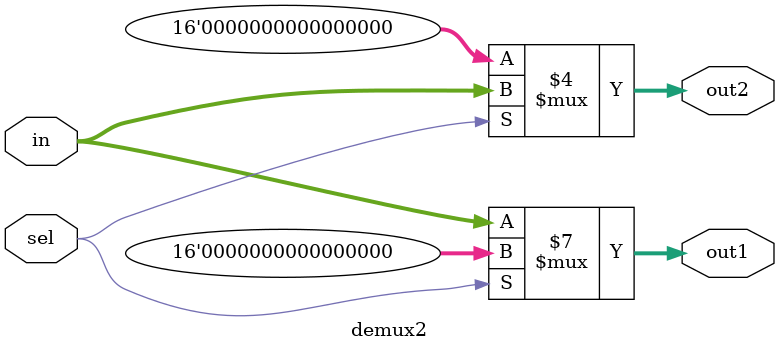
<source format=sv>
module demux2 #(parameter width = 16)
(
	input sel,
	input [width-1:0] in,
	output logic [width-1:0] out1, out2
);

always_comb
begin
	if (sel == 0) begin
		out1 = in;
		out2 = 0;
	end
	else begin
		out1 = 0;
		out2 = in;
	end
end
endmodule : demux2
</source>
